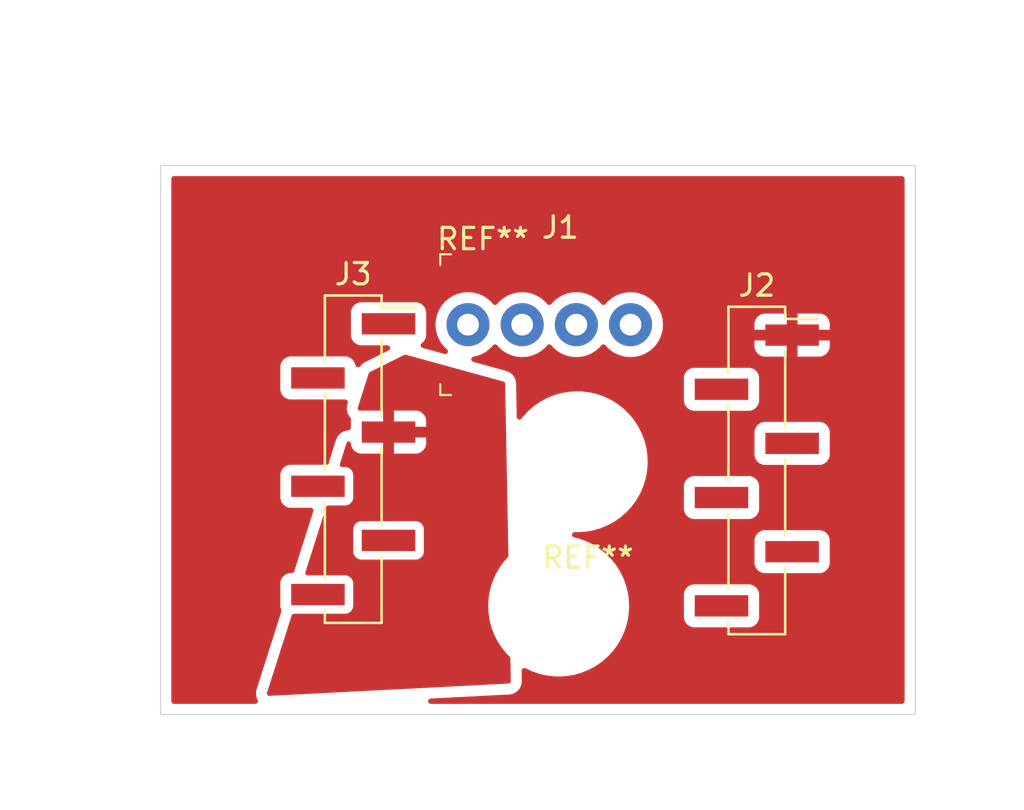
<source format=kicad_pcb>
(kicad_pcb (version 20230620) (generator pcbnew)
  (layers (0 "F.Cu" signal) (31 "B.Cu" signal) (34 "B.Paste" user) (35 "F.Paste" user) (36 "B.SilkS" user "B.Silkscreen") (37 "F.SilkS" user "F.Silkscreen") (38 "B.Mask" user) (39 "F.Mask" user) (44 "Edge.Cuts" user))
  (net 0 "")
  (net 1 "/ThisIsNot_a_NoName_net")
  (net 2 "Net-(J1-Pad3)")
  (net 3 "Net-(J2-Pad3)")
  (net 4 "Net-(J2-Pad2)")
  (net 5 "Net-(J3-Pad4)")
  (net 6 "Net-(J3-Pad3)")
  (net 7 "Net-(J3-Pad2)")
  (net 8 "Net-(J3-Pad1)")
  (footprint "digikey-footprints:PinHeader_1x4_P2.54mm_Drill1.02mm" (layer "F.Cu") (at 133.62 68.79)
    (property "Reference" "J1" (at 4.33 -4.56 0) (layer "F.SilkS"))
    (property "Value" "0022232041")
    (fp_line (start -1.3 -3.3) (end -1.3 -2.8) (stroke (width 0.1)) (layer "F.SilkS"))
    (fp_line (start -1.3 -3.3) (end -0.8 -3.3) (stroke (width 0.1)) (layer "F.SilkS"))
    (fp_line (start -1.3 3.3) (end -1.3 2.8) (stroke (width 0.1)) (layer "F.SilkS"))
    (fp_line (start -1.3 3.3) (end -0.8 3.3) (stroke (width 0.1)) (layer "F.SilkS"))
    (pad "1" thru_hole circle (at 0 0) (size 2.02 2.02) (drill 1.02) (layers "*.Cu" "*.Mask") (net 5 "Net-(J3-Pad4)"))
    (pad "2" thru_hole circle (at 2.54 0) (size 2.02 2.02) (drill 1.02) (layers "*.Cu" "*.Mask") (net 8 "Net-(J3-Pad1)"))
    (pad "3" thru_hole circle (at 5.08 0) (size 2.02 2.02) (drill 1.02) (layers "*.Cu" "*.Mask") (net 2 "Net-(J1-Pad3)"))
    (pad "4" thru_hole circle (at 7.62 0) (size 2.02 2.02) (drill 1.02) (layers "*.Cu" "*.Mask") (net 5 "Net-(J3-Pad4)"))
  )
  (footprint "MountingHole:MountingHole_3.2mm_M3_DIN965" (layer "F.Cu") (at 137.87 81.99)
    (property "Reference" "H1" hide)
    (property "Value" "MountingHole")
    (pad "" np_thru_hole circle (at 0 0) (size 3.2 3.2) (drill 3.2) (layers "*.Cu" "*.Mask") (clearance 1.7))
  )
  (footprint "Connector_PinHeader_2.54mm:PinHeader_1x06_P2.54mm_Vertical_SMD_Pin1Right" (layer "F.Cu") (at 128.24 75.1)
    (property "Reference" "J3" (at 0 -8.68 0) (layer "F.SilkS"))
    (property "Value" "0022232041")
    (fp_line (start -1.33 -7.68) (end -1.33 -4.57) (stroke (width 0.12)) (layer "F.SilkS"))
    (fp_line (start -1.33 -7.68) (end 1.33 -7.68) (stroke (width 0.12)) (layer "F.SilkS"))
    (fp_line (start -1.33 -3.05) (end -1.33 0.51) (stroke (width 0.12)) (layer "F.SilkS"))
    (fp_line (start -1.33 2.03) (end -1.33 5.59) (stroke (width 0.12)) (layer "F.SilkS"))
    (fp_line (start -1.33 7.11) (end -1.33 7.68) (stroke (width 0.12)) (layer "F.SilkS"))
    (fp_line (start -1.33 7.68) (end 1.33 7.68) (stroke (width 0.12)) (layer "F.SilkS"))
    (fp_line (start 1.33 -7.68) (end 1.33 -7.11) (stroke (width 0.12)) (layer "F.SilkS"))
    (fp_line (start 1.33 -7.11) (end 2.85 -7.11) (stroke (width 0.12)) (layer "F.SilkS"))
    (fp_line (start 1.33 -5.59) (end 1.33 -2.03) (stroke (width 0.12)) (layer "F.SilkS"))
    (fp_line (start 1.33 -0.51) (end 1.33 3.05) (stroke (width 0.12)) (layer "F.SilkS"))
    (fp_line (start 1.33 4.57) (end 1.33 7.68) (stroke (width 0.12)) (layer "F.SilkS"))
    (pad "1" smd rect (at 1.655 -6.35) (size 2.51 1) (layers "F.Cu" "F.Paste" "F.Mask") (net 8 "Net-(J3-Pad1)"))
    (pad "2" smd rect (at -1.655 -3.81) (size 2.51 1) (layers "F.Cu" "F.Paste" "F.Mask") (net 7 "Net-(J3-Pad2)"))
    (pad "3" smd rect (at 1.655 -1.27) (size 2.51 1) (layers "F.Cu" "F.Paste" "F.Mask") (net 6 "Net-(J3-Pad3)"))
    (pad "4" smd rect (at -1.655 1.27) (size 2.51 1) (layers "F.Cu" "F.Paste" "F.Mask") (net 5 "Net-(J3-Pad4)"))
    (pad "5" smd rect (at 1.655 3.81) (size 2.51 1) (layers "F.Cu" "F.Paste" "F.Mask"))
    (pad "6" smd rect (at -1.655 6.35) (size 2.51 1) (layers "F.Cu" "F.Paste" "F.Mask"))
  )
  (footprint "qli-footprints:MountingHole_M3_wKeepout" (layer "F.Cu") (at 138.74 75.22)
    (property "Reference" "REF**" (at 0.5 4.5 0) (layer "F.SilkS"))
    (property "Value" "MountingHole_M3_wKeepout")
    (pad "" np_thru_hole circle (at 0 0) (size 3.2 3.2) (drill 3.2) (layers "*.Cu" "*.Mask") (clearance 1.7))
  )
  (footprint "Connector_PinHeader_2.54mm:PinHeader_1x06_P2.54mm_Vertical_SMD_Pin1Right" (layer "F.Cu") (at 147.16 75.63)
    (property "Reference" "J2" (at 0 -8.68 0) (layer "F.SilkS"))
    (property "Value" "0022232041")
    (fp_line (start -1.33 -7.68) (end -1.33 -4.57) (stroke (width 0.12)) (layer "F.SilkS"))
    (fp_line (start -1.33 -7.68) (end 1.33 -7.68) (stroke (width 0.12)) (layer "F.SilkS"))
    (fp_line (start -1.33 -3.05) (end -1.33 0.51) (stroke (width 0.12)) (layer "F.SilkS"))
    (fp_line (start -1.33 2.03) (end -1.33 5.59) (stroke (width 0.12)) (layer "F.SilkS"))
    (fp_line (start -1.33 7.11) (end -1.33 7.68) (stroke (width 0.12)) (layer "F.SilkS"))
    (fp_line (start -1.33 7.68) (end 1.33 7.68) (stroke (width 0.12)) (layer "F.SilkS"))
    (fp_line (start 1.33 -7.68) (end 1.33 -7.11) (stroke (width 0.12)) (layer "F.SilkS"))
    (fp_line (start 1.33 -7.11) (end 2.85 -7.11) (stroke (width 0.12)) (layer "F.SilkS"))
    (fp_line (start 1.33 -5.59) (end 1.33 -2.03) (stroke (width 0.12)) (layer "F.SilkS"))
    (fp_line (start 1.33 -0.51) (end 1.33 3.05) (stroke (width 0.12)) (layer "F.SilkS"))
    (fp_line (start 1.33 4.57) (end 1.33 7.68) (stroke (width 0.12)) (layer "F.SilkS"))
    (pad "1" smd rect (at 1.655 -6.35) (size 2.51 1) (layers "F.Cu" "F.Paste" "F.Mask") (net 1 "/ThisIsNot_a_NoName_net"))
    (pad "2" smd rect (at -1.655 -3.81) (size 2.51 1) (layers "F.Cu" "F.Paste" "F.Mask") (net 4 "Net-(J2-Pad2)"))
    (pad "3" smd rect (at 1.655 -1.27) (size 2.51 1) (layers "F.Cu" "F.Paste" "F.Mask") (net 3 "Net-(J2-Pad3)"))
    (pad "4" smd rect (at -1.655 1.27) (size 2.51 1) (layers "F.Cu" "F.Paste" "F.Mask") (net 5 "Net-(J3-Pad4)"))
    (pad "5" smd rect (at 1.655 3.81) (size 2.51 1) (layers "F.Cu" "F.Paste" "F.Mask"))
    (pad "6" smd rect (at -1.655 6.35) (size 2.51 1) (layers "F.Cu" "F.Paste" "F.Mask"))
  )
  (gr_rect (start 119.21 61.32) (end 154.59 87.08) (stroke (width 0.05)) (fill none) (layer "Edge.Cuts"))
  (gr_text "REF**" (at 134.32 64.77 0) (layer "F.SilkS") (effects (font (size 1 1))))
  (zone (net 1) (net_name "/ThisIsNot_a_NoName_net") (layer "F.Cu") (connect_pads (clearance 0.508)) (min_thickness 0.254) (fill yes (thermal_gap 0.508) (thermal_bridge_width 0.508))
    (polygon (pts (xy 158.31 58.54) (xy 159.69 90.53) (xy 111.68 91.56) (xy 115.96 53.56)))
  )
  (zone (net 6) (net_name "Net-(J3-Pad3)") (layer "F.Cu") (priority 1) (connect_pads (clearance 0.4)) (min_thickness 0.21) (fill yes (thermal_gap 0.508) (thermal_bridge_width 0.508))
    (polygon (pts (xy 135.63 85.62) (xy 124.15 86.21) (xy 128.98 71.03) (xy 130.67 70.19) (xy 135.36 71.48)))
  )
)
</source>
